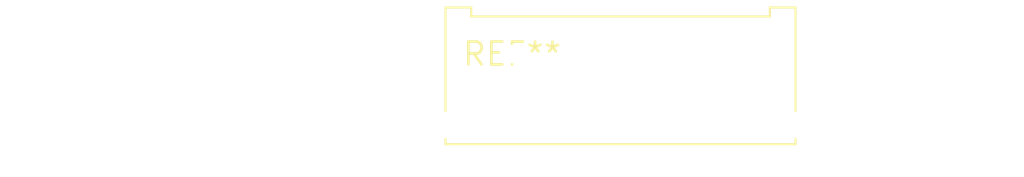
<source format=kicad_pcb>
(kicad_pcb (version 20240108) (generator pcbnew)
  (layers (0 "F.Cu" signal) (31 "B.Cu" signal) (34 "B.Paste" user) (35 "F.Paste" user) (36 "B.SilkS" user "B.Silkscreen") (37 "F.SilkS" user "F.Silkscreen") (38 "B.Mask" user) (39 "F.Mask" user) (44 "Edge.Cuts" user))
  (net 0 "")
  (footprint "Molex_Micro-Fit_3.0_43045-1012_2x05_P3.00mm_Vertical" (layer "F.Cu") (at 0 0)
    (property "Reference" "REF**")
    (property "Value" "Molex_Micro-Fit_3.0_43045-1012_2x05_P3.00mm_Vertical")
    (fp_line (start -3.685 -2.58) (end -2.265 -2.58) (layer "F.SilkS") (stroke (width 0.12)))
    (fp_line (start -3.685 3.17) (end -3.685 -2.58) (layer "F.SilkS") (stroke (width 0.12)))
    (fp_line (start -3.685 4.71) (end -3.685 5.01) (layer "F.SilkS") (stroke (width 0.12)))
    (fp_line (start -3.685 5.01) (end 15.685 5.01) (layer "F.SilkS") (stroke (width 0.12)))
    (fp_line (start -2.265 -2.58) (end -2.265 -2.08) (layer "F.SilkS") (stroke (width 0.12)))
    (fp_line (start -2.265 -2.08) (end 14.265 -2.08) (layer "F.SilkS") (stroke (width 0.12)))
    (fp_line (start 14.265 -2.58) (end 15.685 -2.58) (layer "F.SilkS") (stroke (width 0.12)))
    (fp_line (start 14.265 -2.08) (end 14.265 -2.58) (layer "F.SilkS") (stroke (width 0.12)))
    (fp_line (start 15.685 -2.58) (end 15.685 3.17) (layer "F.SilkS") (stroke (width 0.12)))
    (fp_line (start 15.685 5.01) (end 15.685 4.71) (layer "F.SilkS") (stroke (width 0.12)))
    (pad "" np_thru_hole circle (at -3 3.94) (size 1.02 1.02) (drill 1.02) (layers *.Cu *.Mask))
    (pad "" np_thru_hole circle (at 15 3.94) (size 1.02 1.02) (drill 1.02) (layers *.Cu *.Mask))
    (pad "1" thru_hole roundrect (at 0 0) (size 1.5 1.5) (drill 1.02) (layers *.Cu *.Mask) (remove_unused_layers) (roundrect_rratio 0.166667))
    (pad "2" thru_hole circle (at 3 0) (size 1.5 1.5) (drill 1.02) (layers *.Cu *.Mask) (remove_unused_layers))
    (pad "3" thru_hole circle (at 6 0) (size 1.5 1.5) (drill 1.02) (layers *.Cu *.Mask) (remove_unused_layers))
    (pad "4" thru_hole circle (at 9 0) (size 1.5 1.5) (drill 1.02) (layers *.Cu *.Mask) (remove_unused_layers))
    (pad "5" thru_hole circle (at 12 0) (size 1.5 1.5) (drill 1.02) (layers *.Cu *.Mask) (remove_unused_layers))
    (pad "6" thru_hole circle (at 0 3) (size 1.5 1.5) (drill 1.02) (layers *.Cu *.Mask) (remove_unused_layers))
    (pad "7" thru_hole circle (at 3 3) (size 1.5 1.5) (drill 1.02) (layers *.Cu *.Mask) (remove_unused_layers))
    (pad "8" thru_hole circle (at 6 3) (size 1.5 1.5) (drill 1.02) (layers *.Cu *.Mask) (remove_unused_layers))
    (pad "9" thru_hole circle (at 9 3) (size 1.5 1.5) (drill 1.02) (layers *.Cu *.Mask) (remove_unused_layers))
    (pad "10" thru_hole circle (at 12 3) (size 1.5 1.5) (drill 1.02) (layers *.Cu *.Mask) (remove_unused_layers))
  )
)
</source>
